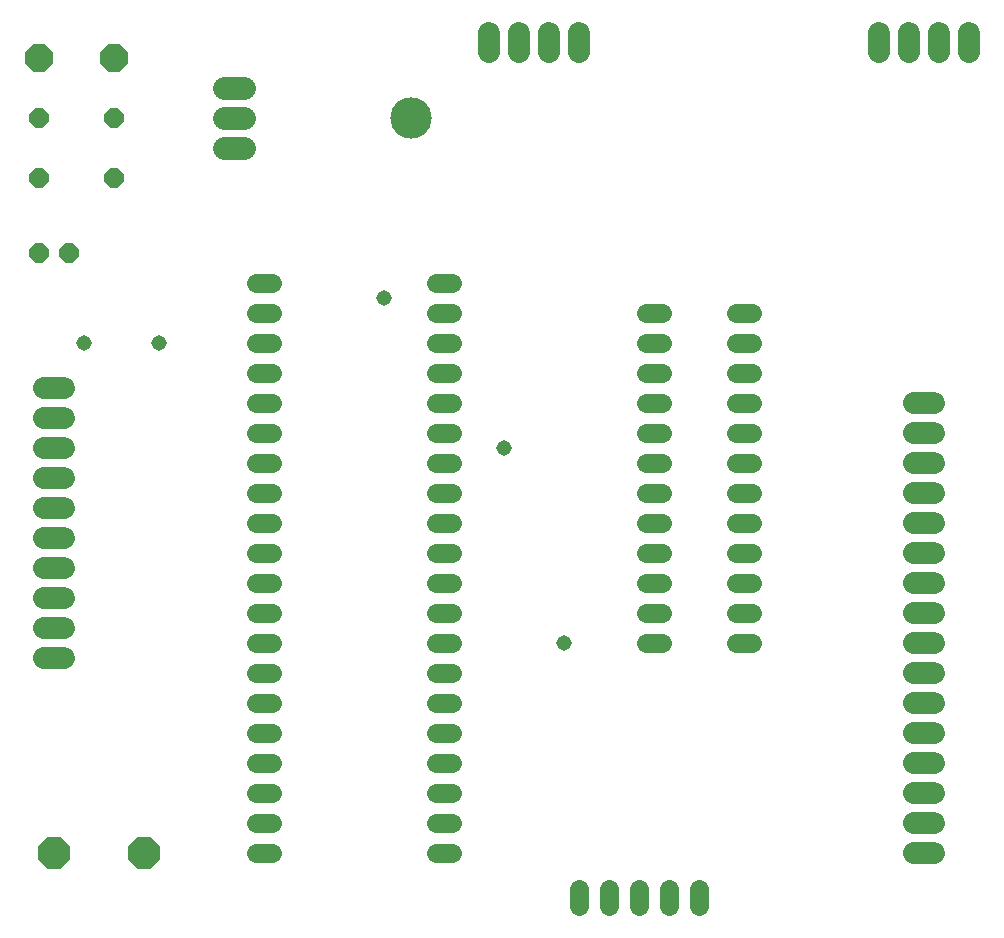
<source format=gts>
G75*
%MOIN*%
%OFA0B0*%
%FSLAX24Y24*%
%IPPOS*%
%LPD*%
%AMOC8*
5,1,8,0,0,1.08239X$1,22.5*
%
%ADD10C,0.0640*%
%ADD11C,0.0720*%
%ADD12OC8,0.0930*%
%ADD13OC8,0.1080*%
%ADD14C,0.0760*%
%ADD15C,0.1380*%
%ADD16OC8,0.0640*%
%ADD17C,0.0516*%
D10*
X008820Y003600D02*
X009380Y003600D01*
X009380Y004600D02*
X008820Y004600D01*
X008820Y005600D02*
X009380Y005600D01*
X009380Y006600D02*
X008820Y006600D01*
X008820Y007600D02*
X009380Y007600D01*
X009380Y008600D02*
X008820Y008600D01*
X008820Y009600D02*
X009380Y009600D01*
X009380Y010600D02*
X008820Y010600D01*
X008820Y011600D02*
X009380Y011600D01*
X009380Y012600D02*
X008820Y012600D01*
X008820Y013600D02*
X009380Y013600D01*
X009380Y014600D02*
X008820Y014600D01*
X008820Y015600D02*
X009380Y015600D01*
X009380Y016600D02*
X008820Y016600D01*
X008820Y017600D02*
X009380Y017600D01*
X009380Y018600D02*
X008820Y018600D01*
X008820Y019600D02*
X009380Y019600D01*
X009380Y020600D02*
X008820Y020600D01*
X008820Y021600D02*
X009380Y021600D01*
X009380Y022600D02*
X008820Y022600D01*
X014820Y022600D02*
X015380Y022600D01*
X015380Y021600D02*
X014820Y021600D01*
X014820Y020600D02*
X015380Y020600D01*
X015380Y019600D02*
X014820Y019600D01*
X014820Y018600D02*
X015380Y018600D01*
X015380Y017600D02*
X014820Y017600D01*
X014820Y016600D02*
X015380Y016600D01*
X015380Y015600D02*
X014820Y015600D01*
X014820Y014600D02*
X015380Y014600D01*
X015380Y013600D02*
X014820Y013600D01*
X014820Y012600D02*
X015380Y012600D01*
X015380Y011600D02*
X014820Y011600D01*
X014820Y010600D02*
X015380Y010600D01*
X015380Y009600D02*
X014820Y009600D01*
X014820Y008600D02*
X015380Y008600D01*
X015380Y007600D02*
X014820Y007600D01*
X014820Y006600D02*
X015380Y006600D01*
X015380Y005600D02*
X014820Y005600D01*
X014820Y004600D02*
X015380Y004600D01*
X015380Y003600D02*
X014820Y003600D01*
X019600Y002380D02*
X019600Y001820D01*
X020600Y001820D02*
X020600Y002380D01*
X021600Y002380D02*
X021600Y001820D01*
X022600Y001820D02*
X022600Y002380D01*
X023600Y002380D02*
X023600Y001820D01*
X022380Y010600D02*
X021820Y010600D01*
X021820Y011600D02*
X022380Y011600D01*
X022380Y012600D02*
X021820Y012600D01*
X021820Y013600D02*
X022380Y013600D01*
X022380Y014600D02*
X021820Y014600D01*
X021820Y015600D02*
X022380Y015600D01*
X022380Y016600D02*
X021820Y016600D01*
X021820Y017600D02*
X022380Y017600D01*
X022380Y018600D02*
X021820Y018600D01*
X021820Y019600D02*
X022380Y019600D01*
X022380Y020600D02*
X021820Y020600D01*
X021820Y021600D02*
X022380Y021600D01*
X024820Y021600D02*
X025380Y021600D01*
X025380Y020600D02*
X024820Y020600D01*
X024820Y019600D02*
X025380Y019600D01*
X025380Y018600D02*
X024820Y018600D01*
X024820Y017600D02*
X025380Y017600D01*
X025380Y016600D02*
X024820Y016600D01*
X024820Y015600D02*
X025380Y015600D01*
X025380Y014600D02*
X024820Y014600D01*
X024820Y013600D02*
X025380Y013600D01*
X025380Y012600D02*
X024820Y012600D01*
X024820Y011600D02*
X025380Y011600D01*
X025380Y010600D02*
X024820Y010600D01*
D11*
X030780Y010600D02*
X031420Y010600D01*
X031420Y009600D02*
X030780Y009600D01*
X030780Y008600D02*
X031420Y008600D01*
X031420Y007600D02*
X030780Y007600D01*
X030780Y006600D02*
X031420Y006600D01*
X031420Y005600D02*
X030780Y005600D01*
X030780Y004600D02*
X031420Y004600D01*
X031420Y003600D02*
X030780Y003600D01*
X030780Y011600D02*
X031420Y011600D01*
X031420Y012600D02*
X030780Y012600D01*
X030780Y013600D02*
X031420Y013600D01*
X031420Y014600D02*
X030780Y014600D01*
X030780Y015600D02*
X031420Y015600D01*
X031420Y016600D02*
X030780Y016600D01*
X030780Y017600D02*
X031420Y017600D01*
X031420Y018600D02*
X030780Y018600D01*
X030600Y030280D02*
X030600Y030920D01*
X029600Y030920D02*
X029600Y030280D01*
X031600Y030280D02*
X031600Y030920D01*
X032600Y030920D02*
X032600Y030280D01*
X019600Y030280D02*
X019600Y030920D01*
X018600Y030920D02*
X018600Y030280D01*
X017600Y030280D02*
X017600Y030920D01*
X016600Y030920D02*
X016600Y030280D01*
X002420Y019100D02*
X001780Y019100D01*
X001780Y018100D02*
X002420Y018100D01*
X002420Y017100D02*
X001780Y017100D01*
X001780Y016100D02*
X002420Y016100D01*
X002420Y015100D02*
X001780Y015100D01*
X001780Y014100D02*
X002420Y014100D01*
X002420Y013100D02*
X001780Y013100D01*
X001780Y012100D02*
X002420Y012100D01*
X002420Y011100D02*
X001780Y011100D01*
X001780Y010100D02*
X002420Y010100D01*
D12*
X001600Y030100D03*
X004100Y030100D03*
D13*
X002100Y003600D03*
X005100Y003600D03*
D14*
X007760Y027100D02*
X008440Y027100D01*
X008440Y028100D02*
X007760Y028100D01*
X007760Y029100D02*
X008440Y029100D01*
D15*
X014000Y028100D03*
D16*
X004100Y028100D03*
X004100Y026100D03*
X001600Y026100D03*
X001600Y028100D03*
X001600Y023600D03*
X002600Y023600D03*
D17*
X003100Y020600D03*
X005600Y020600D03*
X013100Y022100D03*
X017100Y017100D03*
X019100Y010600D03*
M02*

</source>
